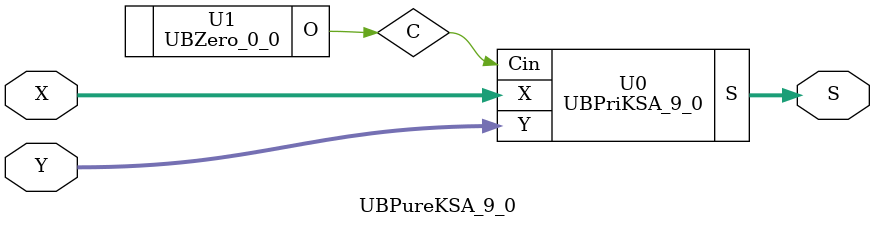
<source format=v>
/*----------------------------------------------------------------------------
  Copyright (c) 2021 Homma laboratory. All rights reserved.

  Top module: UBKSA_9_0_9_0

  Operand-1 length: 10
  Operand-2 length: 10
  Two-operand addition algorithm: Kogge-Stone adder
----------------------------------------------------------------------------*/

module GPGenerator(Go, Po, A, B);
  output Go;
  output Po;
  input A;
  input B;
  assign Go = A & B;
  assign Po = A ^ B;
endmodule

module CarryOperator(Go, Po, Gi1, Pi1, Gi2, Pi2);
  output Go;
  output Po;
  input Gi1;
  input Gi2;
  input Pi1;
  input Pi2;
  assign Go = Gi1 | ( Gi2 & Pi1 );
  assign Po = Pi1 & Pi2;
endmodule

module UBPriKSA_9_0(S, X, Y, Cin);
  output [10:0] S;
  input Cin;
  input [9:0] X;
  input [9:0] Y;
  wire [9:0] G0;
  wire [9:0] G1;
  wire [9:0] G2;
  wire [9:0] G3;
  wire [9:0] G4;
  wire [9:0] P0;
  wire [9:0] P1;
  wire [9:0] P2;
  wire [9:0] P3;
  wire [9:0] P4;
  assign P1[0] = P0[0];
  assign G1[0] = G0[0];
  assign P2[0] = P1[0];
  assign G2[0] = G1[0];
  assign P2[1] = P1[1];
  assign G2[1] = G1[1];
  assign P3[0] = P2[0];
  assign G3[0] = G2[0];
  assign P3[1] = P2[1];
  assign G3[1] = G2[1];
  assign P3[2] = P2[2];
  assign G3[2] = G2[2];
  assign P3[3] = P2[3];
  assign G3[3] = G2[3];
  assign P4[0] = P3[0];
  assign G4[0] = G3[0];
  assign P4[1] = P3[1];
  assign G4[1] = G3[1];
  assign P4[2] = P3[2];
  assign G4[2] = G3[2];
  assign P4[3] = P3[3];
  assign G4[3] = G3[3];
  assign P4[4] = P3[4];
  assign G4[4] = G3[4];
  assign P4[5] = P3[5];
  assign G4[5] = G3[5];
  assign P4[6] = P3[6];
  assign G4[6] = G3[6];
  assign P4[7] = P3[7];
  assign G4[7] = G3[7];
  assign S[0] = Cin ^ P0[0];
  assign S[1] = ( G4[0] | ( P4[0] & Cin ) ) ^ P0[1];
  assign S[2] = ( G4[1] | ( P4[1] & Cin ) ) ^ P0[2];
  assign S[3] = ( G4[2] | ( P4[2] & Cin ) ) ^ P0[3];
  assign S[4] = ( G4[3] | ( P4[3] & Cin ) ) ^ P0[4];
  assign S[5] = ( G4[4] | ( P4[4] & Cin ) ) ^ P0[5];
  assign S[6] = ( G4[5] | ( P4[5] & Cin ) ) ^ P0[6];
  assign S[7] = ( G4[6] | ( P4[6] & Cin ) ) ^ P0[7];
  assign S[8] = ( G4[7] | ( P4[7] & Cin ) ) ^ P0[8];
  assign S[9] = ( G4[8] | ( P4[8] & Cin ) ) ^ P0[9];
  assign S[10] = G4[9] | ( P4[9] & Cin );
  GPGenerator U0 (G0[0], P0[0], X[0], Y[0]);
  GPGenerator U1 (G0[1], P0[1], X[1], Y[1]);
  GPGenerator U2 (G0[2], P0[2], X[2], Y[2]);
  GPGenerator U3 (G0[3], P0[3], X[3], Y[3]);
  GPGenerator U4 (G0[4], P0[4], X[4], Y[4]);
  GPGenerator U5 (G0[5], P0[5], X[5], Y[5]);
  GPGenerator U6 (G0[6], P0[6], X[6], Y[6]);
  GPGenerator U7 (G0[7], P0[7], X[7], Y[7]);
  GPGenerator U8 (G0[8], P0[8], X[8], Y[8]);
  GPGenerator U9 (G0[9], P0[9], X[9], Y[9]);
  CarryOperator U10 (G1[1], P1[1], G0[1], P0[1], G0[0], P0[0]);
  CarryOperator U11 (G1[2], P1[2], G0[2], P0[2], G0[1], P0[1]);
  CarryOperator U12 (G1[3], P1[3], G0[3], P0[3], G0[2], P0[2]);
  CarryOperator U13 (G1[4], P1[4], G0[4], P0[4], G0[3], P0[3]);
  CarryOperator U14 (G1[5], P1[5], G0[5], P0[5], G0[4], P0[4]);
  CarryOperator U15 (G1[6], P1[6], G0[6], P0[6], G0[5], P0[5]);
  CarryOperator U16 (G1[7], P1[7], G0[7], P0[7], G0[6], P0[6]);
  CarryOperator U17 (G1[8], P1[8], G0[8], P0[8], G0[7], P0[7]);
  CarryOperator U18 (G1[9], P1[9], G0[9], P0[9], G0[8], P0[8]);
  CarryOperator U19 (G2[2], P2[2], G1[2], P1[2], G1[0], P1[0]);
  CarryOperator U20 (G2[3], P2[3], G1[3], P1[3], G1[1], P1[1]);
  CarryOperator U21 (G2[4], P2[4], G1[4], P1[4], G1[2], P1[2]);
  CarryOperator U22 (G2[5], P2[5], G1[5], P1[5], G1[3], P1[3]);
  CarryOperator U23 (G2[6], P2[6], G1[6], P1[6], G1[4], P1[4]);
  CarryOperator U24 (G2[7], P2[7], G1[7], P1[7], G1[5], P1[5]);
  CarryOperator U25 (G2[8], P2[8], G1[8], P1[8], G1[6], P1[6]);
  CarryOperator U26 (G2[9], P2[9], G1[9], P1[9], G1[7], P1[7]);
  CarryOperator U27 (G3[4], P3[4], G2[4], P2[4], G2[0], P2[0]);
  CarryOperator U28 (G3[5], P3[5], G2[5], P2[5], G2[1], P2[1]);
  CarryOperator U29 (G3[6], P3[6], G2[6], P2[6], G2[2], P2[2]);
  CarryOperator U30 (G3[7], P3[7], G2[7], P2[7], G2[3], P2[3]);
  CarryOperator U31 (G3[8], P3[8], G2[8], P2[8], G2[4], P2[4]);
  CarryOperator U32 (G3[9], P3[9], G2[9], P2[9], G2[5], P2[5]);
  CarryOperator U33 (G4[8], P4[8], G3[8], P3[8], G3[0], P3[0]);
  CarryOperator U34 (G4[9], P4[9], G3[9], P3[9], G3[1], P3[1]);
endmodule

module UBZero_0_0(O);
  output [0:0] O;
  assign O[0] = 0;
endmodule

module UBKSA_9_0_9_0 (S, X, Y);
  output [10:0] S;
  input [9:0] X;
  input [9:0] Y;
  UBPureKSA_9_0 U0 (S[10:0], X[9:0], Y[9:0]);
endmodule

module UBPureKSA_9_0 (S, X, Y);
  output [10:0] S;
  input [9:0] X;
  input [9:0] Y;
  wire C;
  UBPriKSA_9_0 U0 (S, X, Y, C);
  UBZero_0_0 U1 (C);
endmodule


</source>
